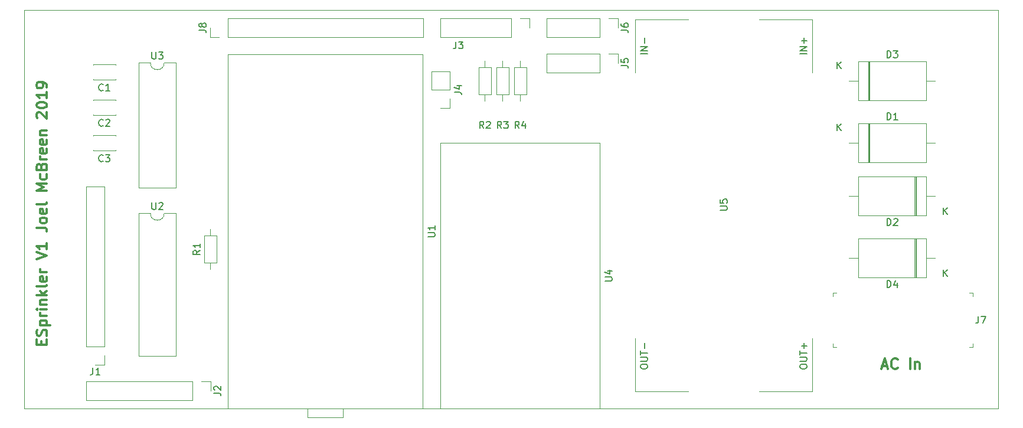
<source format=gbr>
G04 #@! TF.GenerationSoftware,KiCad,Pcbnew,(5.1.4)-1*
G04 #@! TF.CreationDate,2019-10-22T17:15:33+13:00*
G04 #@! TF.ProjectId,SprinklerPCB,53707269-6e6b-46c6-9572-5043422e6b69,rev?*
G04 #@! TF.SameCoordinates,Original*
G04 #@! TF.FileFunction,Legend,Top*
G04 #@! TF.FilePolarity,Positive*
%FSLAX46Y46*%
G04 Gerber Fmt 4.6, Leading zero omitted, Abs format (unit mm)*
G04 Created by KiCad (PCBNEW (5.1.4)-1) date 2019-10-22 17:15:33*
%MOMM*%
%LPD*%
G04 APERTURE LIST*
%ADD10C,0.300000*%
%ADD11C,0.025400*%
%ADD12C,0.120000*%
%ADD13C,0.100000*%
%ADD14C,0.150000*%
G04 APERTURE END LIST*
D10*
X167465714Y-117090000D02*
X168180000Y-117090000D01*
X167322857Y-117518571D02*
X167822857Y-116018571D01*
X168322857Y-117518571D01*
X169680000Y-117375714D02*
X169608571Y-117447142D01*
X169394285Y-117518571D01*
X169251428Y-117518571D01*
X169037142Y-117447142D01*
X168894285Y-117304285D01*
X168822857Y-117161428D01*
X168751428Y-116875714D01*
X168751428Y-116661428D01*
X168822857Y-116375714D01*
X168894285Y-116232857D01*
X169037142Y-116090000D01*
X169251428Y-116018571D01*
X169394285Y-116018571D01*
X169608571Y-116090000D01*
X169680000Y-116161428D01*
X171465714Y-117518571D02*
X171465714Y-116018571D01*
X172180000Y-116518571D02*
X172180000Y-117518571D01*
X172180000Y-116661428D02*
X172251428Y-116590000D01*
X172394285Y-116518571D01*
X172608571Y-116518571D01*
X172751428Y-116590000D01*
X172822857Y-116732857D01*
X172822857Y-117518571D01*
X46882857Y-114035714D02*
X46882857Y-113535714D01*
X47668571Y-113321428D02*
X47668571Y-114035714D01*
X46168571Y-114035714D01*
X46168571Y-113321428D01*
X47597142Y-112750000D02*
X47668571Y-112535714D01*
X47668571Y-112178571D01*
X47597142Y-112035714D01*
X47525714Y-111964285D01*
X47382857Y-111892857D01*
X47240000Y-111892857D01*
X47097142Y-111964285D01*
X47025714Y-112035714D01*
X46954285Y-112178571D01*
X46882857Y-112464285D01*
X46811428Y-112607142D01*
X46740000Y-112678571D01*
X46597142Y-112750000D01*
X46454285Y-112750000D01*
X46311428Y-112678571D01*
X46240000Y-112607142D01*
X46168571Y-112464285D01*
X46168571Y-112107142D01*
X46240000Y-111892857D01*
X46668571Y-111250000D02*
X48168571Y-111250000D01*
X46740000Y-111250000D02*
X46668571Y-111107142D01*
X46668571Y-110821428D01*
X46740000Y-110678571D01*
X46811428Y-110607142D01*
X46954285Y-110535714D01*
X47382857Y-110535714D01*
X47525714Y-110607142D01*
X47597142Y-110678571D01*
X47668571Y-110821428D01*
X47668571Y-111107142D01*
X47597142Y-111250000D01*
X47668571Y-109892857D02*
X46668571Y-109892857D01*
X46954285Y-109892857D02*
X46811428Y-109821428D01*
X46740000Y-109750000D01*
X46668571Y-109607142D01*
X46668571Y-109464285D01*
X47668571Y-108964285D02*
X46668571Y-108964285D01*
X46168571Y-108964285D02*
X46240000Y-109035714D01*
X46311428Y-108964285D01*
X46240000Y-108892857D01*
X46168571Y-108964285D01*
X46311428Y-108964285D01*
X46668571Y-108250000D02*
X47668571Y-108250000D01*
X46811428Y-108250000D02*
X46740000Y-108178571D01*
X46668571Y-108035714D01*
X46668571Y-107821428D01*
X46740000Y-107678571D01*
X46882857Y-107607142D01*
X47668571Y-107607142D01*
X47668571Y-106892857D02*
X46168571Y-106892857D01*
X47097142Y-106750000D02*
X47668571Y-106321428D01*
X46668571Y-106321428D02*
X47240000Y-106892857D01*
X47668571Y-105464285D02*
X47597142Y-105607142D01*
X47454285Y-105678571D01*
X46168571Y-105678571D01*
X47597142Y-104321428D02*
X47668571Y-104464285D01*
X47668571Y-104750000D01*
X47597142Y-104892857D01*
X47454285Y-104964285D01*
X46882857Y-104964285D01*
X46740000Y-104892857D01*
X46668571Y-104750000D01*
X46668571Y-104464285D01*
X46740000Y-104321428D01*
X46882857Y-104250000D01*
X47025714Y-104250000D01*
X47168571Y-104964285D01*
X47668571Y-103607142D02*
X46668571Y-103607142D01*
X46954285Y-103607142D02*
X46811428Y-103535714D01*
X46740000Y-103464285D01*
X46668571Y-103321428D01*
X46668571Y-103178571D01*
X46168571Y-101750000D02*
X47668571Y-101250000D01*
X46168571Y-100750000D01*
X47668571Y-99464285D02*
X47668571Y-100321428D01*
X47668571Y-99892857D02*
X46168571Y-99892857D01*
X46382857Y-100035714D01*
X46525714Y-100178571D01*
X46597142Y-100321428D01*
X46168571Y-97250000D02*
X47240000Y-97250000D01*
X47454285Y-97321428D01*
X47597142Y-97464285D01*
X47668571Y-97678571D01*
X47668571Y-97821428D01*
X47668571Y-96321428D02*
X47597142Y-96464285D01*
X47525714Y-96535714D01*
X47382857Y-96607142D01*
X46954285Y-96607142D01*
X46811428Y-96535714D01*
X46740000Y-96464285D01*
X46668571Y-96321428D01*
X46668571Y-96107142D01*
X46740000Y-95964285D01*
X46811428Y-95892857D01*
X46954285Y-95821428D01*
X47382857Y-95821428D01*
X47525714Y-95892857D01*
X47597142Y-95964285D01*
X47668571Y-96107142D01*
X47668571Y-96321428D01*
X47597142Y-94607142D02*
X47668571Y-94750000D01*
X47668571Y-95035714D01*
X47597142Y-95178571D01*
X47454285Y-95250000D01*
X46882857Y-95250000D01*
X46740000Y-95178571D01*
X46668571Y-95035714D01*
X46668571Y-94750000D01*
X46740000Y-94607142D01*
X46882857Y-94535714D01*
X47025714Y-94535714D01*
X47168571Y-95250000D01*
X47668571Y-93678571D02*
X47597142Y-93821428D01*
X47454285Y-93892857D01*
X46168571Y-93892857D01*
X47668571Y-91964285D02*
X46168571Y-91964285D01*
X47240000Y-91464285D01*
X46168571Y-90964285D01*
X47668571Y-90964285D01*
X47597142Y-89607142D02*
X47668571Y-89750000D01*
X47668571Y-90035714D01*
X47597142Y-90178571D01*
X47525714Y-90250000D01*
X47382857Y-90321428D01*
X46954285Y-90321428D01*
X46811428Y-90250000D01*
X46740000Y-90178571D01*
X46668571Y-90035714D01*
X46668571Y-89750000D01*
X46740000Y-89607142D01*
X46882857Y-88464285D02*
X46954285Y-88250000D01*
X47025714Y-88178571D01*
X47168571Y-88107142D01*
X47382857Y-88107142D01*
X47525714Y-88178571D01*
X47597142Y-88250000D01*
X47668571Y-88392857D01*
X47668571Y-88964285D01*
X46168571Y-88964285D01*
X46168571Y-88464285D01*
X46240000Y-88321428D01*
X46311428Y-88250000D01*
X46454285Y-88178571D01*
X46597142Y-88178571D01*
X46740000Y-88250000D01*
X46811428Y-88321428D01*
X46882857Y-88464285D01*
X46882857Y-88964285D01*
X47668571Y-87464285D02*
X46668571Y-87464285D01*
X46954285Y-87464285D02*
X46811428Y-87392857D01*
X46740000Y-87321428D01*
X46668571Y-87178571D01*
X46668571Y-87035714D01*
X47597142Y-85964285D02*
X47668571Y-86107142D01*
X47668571Y-86392857D01*
X47597142Y-86535714D01*
X47454285Y-86607142D01*
X46882857Y-86607142D01*
X46740000Y-86535714D01*
X46668571Y-86392857D01*
X46668571Y-86107142D01*
X46740000Y-85964285D01*
X46882857Y-85892857D01*
X47025714Y-85892857D01*
X47168571Y-86607142D01*
X47597142Y-84678571D02*
X47668571Y-84821428D01*
X47668571Y-85107142D01*
X47597142Y-85250000D01*
X47454285Y-85321428D01*
X46882857Y-85321428D01*
X46740000Y-85250000D01*
X46668571Y-85107142D01*
X46668571Y-84821428D01*
X46740000Y-84678571D01*
X46882857Y-84607142D01*
X47025714Y-84607142D01*
X47168571Y-85321428D01*
X46668571Y-83964285D02*
X47668571Y-83964285D01*
X46811428Y-83964285D02*
X46740000Y-83892857D01*
X46668571Y-83750000D01*
X46668571Y-83535714D01*
X46740000Y-83392857D01*
X46882857Y-83321428D01*
X47668571Y-83321428D01*
X46311428Y-81535714D02*
X46240000Y-81464285D01*
X46168571Y-81321428D01*
X46168571Y-80964285D01*
X46240000Y-80821428D01*
X46311428Y-80750000D01*
X46454285Y-80678571D01*
X46597142Y-80678571D01*
X46811428Y-80750000D01*
X47668571Y-81607142D01*
X47668571Y-80678571D01*
X46168571Y-79750000D02*
X46168571Y-79607142D01*
X46240000Y-79464285D01*
X46311428Y-79392857D01*
X46454285Y-79321428D01*
X46740000Y-79250000D01*
X47097142Y-79250000D01*
X47382857Y-79321428D01*
X47525714Y-79392857D01*
X47597142Y-79464285D01*
X47668571Y-79607142D01*
X47668571Y-79750000D01*
X47597142Y-79892857D01*
X47525714Y-79964285D01*
X47382857Y-80035714D01*
X47097142Y-80107142D01*
X46740000Y-80107142D01*
X46454285Y-80035714D01*
X46311428Y-79964285D01*
X46240000Y-79892857D01*
X46168571Y-79750000D01*
X47668571Y-77821428D02*
X47668571Y-78678571D01*
X47668571Y-78250000D02*
X46168571Y-78250000D01*
X46382857Y-78392857D01*
X46525714Y-78535714D01*
X46597142Y-78678571D01*
X47668571Y-77107142D02*
X47668571Y-76821428D01*
X47597142Y-76678571D01*
X47525714Y-76607142D01*
X47311428Y-76464285D01*
X47025714Y-76392857D01*
X46454285Y-76392857D01*
X46311428Y-76464285D01*
X46240000Y-76535714D01*
X46168571Y-76678571D01*
X46168571Y-76964285D01*
X46240000Y-77107142D01*
X46311428Y-77178571D01*
X46454285Y-77250000D01*
X46811428Y-77250000D01*
X46954285Y-77178571D01*
X47025714Y-77107142D01*
X47097142Y-76964285D01*
X47097142Y-76678571D01*
X47025714Y-76535714D01*
X46954285Y-76464285D01*
X46811428Y-76392857D01*
D11*
X44450000Y-66040000D02*
X44450000Y-123190000D01*
X184150000Y-66040000D02*
X44450000Y-66040000D01*
X184150000Y-123190000D02*
X184150000Y-66040000D01*
X44450000Y-123190000D02*
X184150000Y-123190000D01*
D12*
X127000000Y-123190000D02*
X104140000Y-123190000D01*
X127000000Y-85090000D02*
X127000000Y-123190000D01*
X104140000Y-85090000D02*
X127000000Y-85090000D01*
X104140000Y-123190000D02*
X104140000Y-85090000D01*
X66150000Y-73600000D02*
X64500000Y-73600000D01*
X66150000Y-91500000D02*
X66150000Y-73600000D01*
X60850000Y-91500000D02*
X66150000Y-91500000D01*
X60850000Y-73600000D02*
X60850000Y-91500000D01*
X62500000Y-73600000D02*
X60850000Y-73600000D01*
X64500000Y-73600000D02*
G75*
G02X62500000Y-73600000I-1000000J0D01*
G01*
X110490000Y-73330000D02*
X110490000Y-74280000D01*
X110490000Y-79070000D02*
X110490000Y-78120000D01*
X109570000Y-74280000D02*
X109570000Y-78120000D01*
X111410000Y-74280000D02*
X109570000Y-74280000D01*
X111410000Y-78120000D02*
X111410000Y-74280000D01*
X109570000Y-78120000D02*
X111410000Y-78120000D01*
X71060000Y-69910000D02*
X71060000Y-68580000D01*
X72390000Y-69910000D02*
X71060000Y-69910000D01*
X73660000Y-69910000D02*
X73660000Y-67250000D01*
X73660000Y-67250000D02*
X101660000Y-67250000D01*
X73660000Y-69910000D02*
X101660000Y-69910000D01*
X101660000Y-69910000D02*
X101660000Y-67250000D01*
X71180000Y-119320000D02*
X71180000Y-120650000D01*
X69850000Y-119320000D02*
X71180000Y-119320000D01*
X68580000Y-119320000D02*
X68580000Y-121980000D01*
X68580000Y-121980000D02*
X53280000Y-121980000D01*
X68580000Y-119320000D02*
X53280000Y-119320000D01*
X53280000Y-119320000D02*
X53280000Y-121980000D01*
X129600000Y-67250000D02*
X129600000Y-68580000D01*
X128270000Y-67250000D02*
X129600000Y-67250000D01*
X127000000Y-67250000D02*
X127000000Y-69910000D01*
X127000000Y-69910000D02*
X119320000Y-69910000D01*
X127000000Y-67250000D02*
X119320000Y-67250000D01*
X119320000Y-67250000D02*
X119320000Y-69910000D01*
X129600000Y-72330000D02*
X129600000Y-73660000D01*
X128270000Y-72330000D02*
X129600000Y-72330000D01*
X127000000Y-72330000D02*
X127000000Y-74990000D01*
X127000000Y-74990000D02*
X119320000Y-74990000D01*
X127000000Y-72330000D02*
X119320000Y-72330000D01*
X119320000Y-72330000D02*
X119320000Y-74990000D01*
X116900000Y-67250000D02*
X116900000Y-68580000D01*
X115570000Y-67250000D02*
X116900000Y-67250000D01*
X114300000Y-67250000D02*
X114300000Y-69910000D01*
X114300000Y-69910000D02*
X104080000Y-69910000D01*
X114300000Y-67250000D02*
X104080000Y-67250000D01*
X104080000Y-67250000D02*
X104080000Y-69910000D01*
X105470000Y-80070000D02*
X104140000Y-80070000D01*
X105470000Y-78740000D02*
X105470000Y-80070000D01*
X105470000Y-77470000D02*
X102810000Y-77470000D01*
X102810000Y-77470000D02*
X102810000Y-74870000D01*
X105470000Y-77470000D02*
X105470000Y-74870000D01*
X105470000Y-74870000D02*
X102810000Y-74870000D01*
X55940000Y-116900000D02*
X54610000Y-116900000D01*
X55940000Y-115570000D02*
X55940000Y-116900000D01*
X55940000Y-114300000D02*
X53280000Y-114300000D01*
X53280000Y-114300000D02*
X53280000Y-91380000D01*
X55940000Y-114300000D02*
X55940000Y-91380000D01*
X55940000Y-91380000D02*
X53280000Y-91380000D01*
D13*
X180450000Y-114390000D02*
X179950000Y-114390000D01*
X180450000Y-114390000D02*
X180450000Y-113890000D01*
X180450000Y-107090000D02*
X180450000Y-106590000D01*
X180450000Y-106590000D02*
X179950000Y-106590000D01*
X160420000Y-107090000D02*
X160420000Y-106590000D01*
X160420000Y-106590000D02*
X160920000Y-106590000D01*
X160410000Y-114400000D02*
X160410000Y-113900000D01*
X160410000Y-114400000D02*
X160910000Y-114400000D01*
D12*
X157480000Y-67370001D02*
X157480000Y-74990001D01*
X157480000Y-67370001D02*
X149860000Y-67370001D01*
X132080000Y-67370001D02*
X132080000Y-74990001D01*
X132080000Y-67370001D02*
X139700000Y-67370001D01*
X132080000Y-120710001D02*
X132080000Y-113090001D01*
X139700000Y-120710001D02*
X132080000Y-120710001D01*
X157480000Y-113090001D02*
X157480000Y-120710001D01*
X157480000Y-120710001D02*
X149860000Y-120710001D01*
X172362000Y-104385000D02*
X172362000Y-98815000D01*
X172122000Y-104385000D02*
X172122000Y-98815000D01*
X172242000Y-104385000D02*
X172242000Y-98815000D01*
X162730000Y-101600000D02*
X164030000Y-101600000D01*
X175090000Y-101600000D02*
X173790000Y-101600000D01*
X164030000Y-104385000D02*
X173790000Y-104385000D01*
X164030000Y-98815000D02*
X164030000Y-104385000D01*
X173790000Y-98815000D02*
X164030000Y-98815000D01*
X173790000Y-104385000D02*
X173790000Y-98815000D01*
X165458000Y-73415000D02*
X165458000Y-78985000D01*
X165698000Y-73415000D02*
X165698000Y-78985000D01*
X165578000Y-73415000D02*
X165578000Y-78985000D01*
X175090000Y-76200000D02*
X173790000Y-76200000D01*
X162730000Y-76200000D02*
X164030000Y-76200000D01*
X173790000Y-73415000D02*
X164030000Y-73415000D01*
X173790000Y-78985000D02*
X173790000Y-73415000D01*
X164030000Y-78985000D02*
X173790000Y-78985000D01*
X164030000Y-73415000D02*
X164030000Y-78985000D01*
X172362000Y-95495000D02*
X172362000Y-89925000D01*
X172122000Y-95495000D02*
X172122000Y-89925000D01*
X172242000Y-95495000D02*
X172242000Y-89925000D01*
X162730000Y-92710000D02*
X164030000Y-92710000D01*
X175090000Y-92710000D02*
X173790000Y-92710000D01*
X164030000Y-95495000D02*
X173790000Y-95495000D01*
X164030000Y-89925000D02*
X164030000Y-95495000D01*
X173790000Y-89925000D02*
X164030000Y-89925000D01*
X173790000Y-95495000D02*
X173790000Y-89925000D01*
X165458000Y-82305000D02*
X165458000Y-87875000D01*
X165698000Y-82305000D02*
X165698000Y-87875000D01*
X165578000Y-82305000D02*
X165578000Y-87875000D01*
X175090000Y-85090000D02*
X173790000Y-85090000D01*
X162730000Y-85090000D02*
X164030000Y-85090000D01*
X173790000Y-82305000D02*
X164030000Y-82305000D01*
X173790000Y-87875000D02*
X173790000Y-82305000D01*
X164030000Y-87875000D02*
X173790000Y-87875000D01*
X164030000Y-82305000D02*
X164030000Y-87875000D01*
X90170000Y-123190000D02*
X90170000Y-124460000D01*
X90170000Y-124460000D02*
X85090000Y-124460000D01*
X85090000Y-124460000D02*
X85090000Y-123190000D01*
X101600000Y-72390000D02*
X101600000Y-123190000D01*
X101600000Y-123190000D02*
X73660000Y-123190000D01*
X73660000Y-123190000D02*
X73660000Y-72390000D01*
X73660000Y-72390000D02*
X101600000Y-72390000D01*
X66150000Y-95190000D02*
X64500000Y-95190000D01*
X66150000Y-115630000D02*
X66150000Y-95190000D01*
X60850000Y-115630000D02*
X66150000Y-115630000D01*
X60850000Y-95190000D02*
X60850000Y-115630000D01*
X62500000Y-95190000D02*
X60850000Y-95190000D01*
X64500000Y-95190000D02*
G75*
G02X62500000Y-95190000I-1000000J0D01*
G01*
X115570000Y-73330000D02*
X115570000Y-74280000D01*
X115570000Y-79070000D02*
X115570000Y-78120000D01*
X114650000Y-74280000D02*
X114650000Y-78120000D01*
X116490000Y-74280000D02*
X114650000Y-74280000D01*
X116490000Y-78120000D02*
X116490000Y-74280000D01*
X114650000Y-78120000D02*
X116490000Y-78120000D01*
X113030000Y-73330000D02*
X113030000Y-74280000D01*
X113030000Y-79070000D02*
X113030000Y-78120000D01*
X112110000Y-74280000D02*
X112110000Y-78120000D01*
X113950000Y-74280000D02*
X112110000Y-74280000D01*
X113950000Y-78120000D02*
X113950000Y-74280000D01*
X112110000Y-78120000D02*
X113950000Y-78120000D01*
X71120000Y-97460000D02*
X71120000Y-98410000D01*
X71120000Y-103200000D02*
X71120000Y-102250000D01*
X70200000Y-98410000D02*
X70200000Y-102250000D01*
X72040000Y-98410000D02*
X70200000Y-98410000D01*
X72040000Y-102250000D02*
X72040000Y-98410000D01*
X70200000Y-102250000D02*
X72040000Y-102250000D01*
X54280000Y-84035000D02*
X54280000Y-83970000D01*
X54280000Y-86210000D02*
X54280000Y-86145000D01*
X57520000Y-84035000D02*
X57520000Y-83970000D01*
X57520000Y-86210000D02*
X57520000Y-86145000D01*
X57520000Y-83970000D02*
X54280000Y-83970000D01*
X57520000Y-86210000D02*
X54280000Y-86210000D01*
X54280000Y-78955000D02*
X54280000Y-78890000D01*
X54280000Y-81130000D02*
X54280000Y-81065000D01*
X57520000Y-78955000D02*
X57520000Y-78890000D01*
X57520000Y-81130000D02*
X57520000Y-81065000D01*
X57520000Y-78890000D02*
X54280000Y-78890000D01*
X57520000Y-81130000D02*
X54280000Y-81130000D01*
X54280000Y-73875000D02*
X54280000Y-73810000D01*
X54280000Y-76050000D02*
X54280000Y-75985000D01*
X57520000Y-73875000D02*
X57520000Y-73810000D01*
X57520000Y-76050000D02*
X57520000Y-75985000D01*
X57520000Y-73810000D02*
X54280000Y-73810000D01*
X57520000Y-76050000D02*
X54280000Y-76050000D01*
D14*
X127722380Y-104901904D02*
X128531904Y-104901904D01*
X128627142Y-104854285D01*
X128674761Y-104806666D01*
X128722380Y-104711428D01*
X128722380Y-104520952D01*
X128674761Y-104425714D01*
X128627142Y-104378095D01*
X128531904Y-104330476D01*
X127722380Y-104330476D01*
X128055714Y-103425714D02*
X128722380Y-103425714D01*
X127674761Y-103663809D02*
X128389047Y-103901904D01*
X128389047Y-103282857D01*
X62738095Y-72052380D02*
X62738095Y-72861904D01*
X62785714Y-72957142D01*
X62833333Y-73004761D01*
X62928571Y-73052380D01*
X63119047Y-73052380D01*
X63214285Y-73004761D01*
X63261904Y-72957142D01*
X63309523Y-72861904D01*
X63309523Y-72052380D01*
X63690476Y-72052380D02*
X64309523Y-72052380D01*
X63976190Y-72433333D01*
X64119047Y-72433333D01*
X64214285Y-72480952D01*
X64261904Y-72528571D01*
X64309523Y-72623809D01*
X64309523Y-72861904D01*
X64261904Y-72957142D01*
X64214285Y-73004761D01*
X64119047Y-73052380D01*
X63833333Y-73052380D01*
X63738095Y-73004761D01*
X63690476Y-72957142D01*
X110323333Y-83002380D02*
X109990000Y-82526190D01*
X109751904Y-83002380D02*
X109751904Y-82002380D01*
X110132857Y-82002380D01*
X110228095Y-82050000D01*
X110275714Y-82097619D01*
X110323333Y-82192857D01*
X110323333Y-82335714D01*
X110275714Y-82430952D01*
X110228095Y-82478571D01*
X110132857Y-82526190D01*
X109751904Y-82526190D01*
X110704285Y-82097619D02*
X110751904Y-82050000D01*
X110847142Y-82002380D01*
X111085238Y-82002380D01*
X111180476Y-82050000D01*
X111228095Y-82097619D01*
X111275714Y-82192857D01*
X111275714Y-82288095D01*
X111228095Y-82430952D01*
X110656666Y-83002380D01*
X111275714Y-83002380D01*
X69512380Y-68913333D02*
X70226666Y-68913333D01*
X70369523Y-68960952D01*
X70464761Y-69056190D01*
X70512380Y-69199047D01*
X70512380Y-69294285D01*
X69940952Y-68294285D02*
X69893333Y-68389523D01*
X69845714Y-68437142D01*
X69750476Y-68484761D01*
X69702857Y-68484761D01*
X69607619Y-68437142D01*
X69560000Y-68389523D01*
X69512380Y-68294285D01*
X69512380Y-68103809D01*
X69560000Y-68008571D01*
X69607619Y-67960952D01*
X69702857Y-67913333D01*
X69750476Y-67913333D01*
X69845714Y-67960952D01*
X69893333Y-68008571D01*
X69940952Y-68103809D01*
X69940952Y-68294285D01*
X69988571Y-68389523D01*
X70036190Y-68437142D01*
X70131428Y-68484761D01*
X70321904Y-68484761D01*
X70417142Y-68437142D01*
X70464761Y-68389523D01*
X70512380Y-68294285D01*
X70512380Y-68103809D01*
X70464761Y-68008571D01*
X70417142Y-67960952D01*
X70321904Y-67913333D01*
X70131428Y-67913333D01*
X70036190Y-67960952D01*
X69988571Y-68008571D01*
X69940952Y-68103809D01*
X71632380Y-120983333D02*
X72346666Y-120983333D01*
X72489523Y-121030952D01*
X72584761Y-121126190D01*
X72632380Y-121269047D01*
X72632380Y-121364285D01*
X71727619Y-120554761D02*
X71680000Y-120507142D01*
X71632380Y-120411904D01*
X71632380Y-120173809D01*
X71680000Y-120078571D01*
X71727619Y-120030952D01*
X71822857Y-119983333D01*
X71918095Y-119983333D01*
X72060952Y-120030952D01*
X72632380Y-120602380D01*
X72632380Y-119983333D01*
X130052380Y-68913333D02*
X130766666Y-68913333D01*
X130909523Y-68960952D01*
X131004761Y-69056190D01*
X131052380Y-69199047D01*
X131052380Y-69294285D01*
X130052380Y-68008571D02*
X130052380Y-68199047D01*
X130100000Y-68294285D01*
X130147619Y-68341904D01*
X130290476Y-68437142D01*
X130480952Y-68484761D01*
X130861904Y-68484761D01*
X130957142Y-68437142D01*
X131004761Y-68389523D01*
X131052380Y-68294285D01*
X131052380Y-68103809D01*
X131004761Y-68008571D01*
X130957142Y-67960952D01*
X130861904Y-67913333D01*
X130623809Y-67913333D01*
X130528571Y-67960952D01*
X130480952Y-68008571D01*
X130433333Y-68103809D01*
X130433333Y-68294285D01*
X130480952Y-68389523D01*
X130528571Y-68437142D01*
X130623809Y-68484761D01*
X130052380Y-73993333D02*
X130766666Y-73993333D01*
X130909523Y-74040952D01*
X131004761Y-74136190D01*
X131052380Y-74279047D01*
X131052380Y-74374285D01*
X130052380Y-73040952D02*
X130052380Y-73517142D01*
X130528571Y-73564761D01*
X130480952Y-73517142D01*
X130433333Y-73421904D01*
X130433333Y-73183809D01*
X130480952Y-73088571D01*
X130528571Y-73040952D01*
X130623809Y-72993333D01*
X130861904Y-72993333D01*
X130957142Y-73040952D01*
X131004761Y-73088571D01*
X131052380Y-73183809D01*
X131052380Y-73421904D01*
X131004761Y-73517142D01*
X130957142Y-73564761D01*
X106346666Y-70572380D02*
X106346666Y-71286666D01*
X106299047Y-71429523D01*
X106203809Y-71524761D01*
X106060952Y-71572380D01*
X105965714Y-71572380D01*
X106727619Y-70572380D02*
X107346666Y-70572380D01*
X107013333Y-70953333D01*
X107156190Y-70953333D01*
X107251428Y-71000952D01*
X107299047Y-71048571D01*
X107346666Y-71143809D01*
X107346666Y-71381904D01*
X107299047Y-71477142D01*
X107251428Y-71524761D01*
X107156190Y-71572380D01*
X106870476Y-71572380D01*
X106775238Y-71524761D01*
X106727619Y-71477142D01*
X106132380Y-77803333D02*
X106846666Y-77803333D01*
X106989523Y-77850952D01*
X107084761Y-77946190D01*
X107132380Y-78089047D01*
X107132380Y-78184285D01*
X106465714Y-76898571D02*
X107132380Y-76898571D01*
X106084761Y-77136666D02*
X106799047Y-77374761D01*
X106799047Y-76755714D01*
X54276666Y-117352380D02*
X54276666Y-118066666D01*
X54229047Y-118209523D01*
X54133809Y-118304761D01*
X53990952Y-118352380D01*
X53895714Y-118352380D01*
X55276666Y-118352380D02*
X54705238Y-118352380D01*
X54990952Y-118352380D02*
X54990952Y-117352380D01*
X54895714Y-117495238D01*
X54800476Y-117590476D01*
X54705238Y-117638095D01*
X181276666Y-109942380D02*
X181276666Y-110656666D01*
X181229047Y-110799523D01*
X181133809Y-110894761D01*
X180990952Y-110942380D01*
X180895714Y-110942380D01*
X181657619Y-109942380D02*
X182324285Y-109942380D01*
X181895714Y-110942380D01*
X144232380Y-94741904D02*
X145041904Y-94741904D01*
X145137142Y-94694285D01*
X145184761Y-94646666D01*
X145232380Y-94551428D01*
X145232380Y-94360952D01*
X145184761Y-94265714D01*
X145137142Y-94218095D01*
X145041904Y-94170476D01*
X144232380Y-94170476D01*
X144232380Y-93218095D02*
X144232380Y-93694285D01*
X144708571Y-93741904D01*
X144660952Y-93694285D01*
X144613333Y-93599047D01*
X144613333Y-93360952D01*
X144660952Y-93265714D01*
X144708571Y-93218095D01*
X144803809Y-93170476D01*
X145041904Y-93170476D01*
X145137142Y-93218095D01*
X145184761Y-93265714D01*
X145232380Y-93360952D01*
X145232380Y-93599047D01*
X145184761Y-93694285D01*
X145137142Y-93741904D01*
X133802380Y-72322858D02*
X132802380Y-72322858D01*
X133802380Y-71846667D02*
X132802380Y-71846667D01*
X133802380Y-71275239D01*
X132802380Y-71275239D01*
X133421428Y-70799048D02*
X133421428Y-70037143D01*
X132802380Y-117249048D02*
X132802380Y-117058572D01*
X132850000Y-116963334D01*
X132945238Y-116868096D01*
X133135714Y-116820477D01*
X133469047Y-116820477D01*
X133659523Y-116868096D01*
X133754761Y-116963334D01*
X133802380Y-117058572D01*
X133802380Y-117249048D01*
X133754761Y-117344286D01*
X133659523Y-117439524D01*
X133469047Y-117487143D01*
X133135714Y-117487143D01*
X132945238Y-117439524D01*
X132850000Y-117344286D01*
X132802380Y-117249048D01*
X132802380Y-116391905D02*
X133611904Y-116391905D01*
X133707142Y-116344286D01*
X133754761Y-116296667D01*
X133802380Y-116201429D01*
X133802380Y-116010953D01*
X133754761Y-115915715D01*
X133707142Y-115868096D01*
X133611904Y-115820477D01*
X132802380Y-115820477D01*
X132802380Y-115487143D02*
X132802380Y-114915715D01*
X133802380Y-115201429D02*
X132802380Y-115201429D01*
X133421428Y-114582381D02*
X133421428Y-113820477D01*
X155662380Y-117249048D02*
X155662380Y-117058572D01*
X155710000Y-116963334D01*
X155805238Y-116868096D01*
X155995714Y-116820477D01*
X156329047Y-116820477D01*
X156519523Y-116868096D01*
X156614761Y-116963334D01*
X156662380Y-117058572D01*
X156662380Y-117249048D01*
X156614761Y-117344286D01*
X156519523Y-117439524D01*
X156329047Y-117487143D01*
X155995714Y-117487143D01*
X155805238Y-117439524D01*
X155710000Y-117344286D01*
X155662380Y-117249048D01*
X155662380Y-116391905D02*
X156471904Y-116391905D01*
X156567142Y-116344286D01*
X156614761Y-116296667D01*
X156662380Y-116201429D01*
X156662380Y-116010953D01*
X156614761Y-115915715D01*
X156567142Y-115868096D01*
X156471904Y-115820477D01*
X155662380Y-115820477D01*
X155662380Y-115487143D02*
X155662380Y-114915715D01*
X156662380Y-115201429D02*
X155662380Y-115201429D01*
X156281428Y-114582381D02*
X156281428Y-113820477D01*
X156662380Y-114201429D02*
X155900476Y-114201429D01*
X156662380Y-72322858D02*
X155662380Y-72322858D01*
X156662380Y-71846667D02*
X155662380Y-71846667D01*
X156662380Y-71275239D01*
X155662380Y-71275239D01*
X156281428Y-70799048D02*
X156281428Y-70037143D01*
X156662380Y-70418096D02*
X155900476Y-70418096D01*
X168171904Y-105837380D02*
X168171904Y-104837380D01*
X168410000Y-104837380D01*
X168552857Y-104885000D01*
X168648095Y-104980238D01*
X168695714Y-105075476D01*
X168743333Y-105265952D01*
X168743333Y-105408809D01*
X168695714Y-105599285D01*
X168648095Y-105694523D01*
X168552857Y-105789761D01*
X168410000Y-105837380D01*
X168171904Y-105837380D01*
X169600476Y-105170714D02*
X169600476Y-105837380D01*
X169362380Y-104789761D02*
X169124285Y-105504047D01*
X169743333Y-105504047D01*
X176268095Y-104252380D02*
X176268095Y-103252380D01*
X176839523Y-104252380D02*
X176410952Y-103680952D01*
X176839523Y-103252380D02*
X176268095Y-103823809D01*
X168171904Y-72867380D02*
X168171904Y-71867380D01*
X168410000Y-71867380D01*
X168552857Y-71915000D01*
X168648095Y-72010238D01*
X168695714Y-72105476D01*
X168743333Y-72295952D01*
X168743333Y-72438809D01*
X168695714Y-72629285D01*
X168648095Y-72724523D01*
X168552857Y-72819761D01*
X168410000Y-72867380D01*
X168171904Y-72867380D01*
X169076666Y-71867380D02*
X169695714Y-71867380D01*
X169362380Y-72248333D01*
X169505238Y-72248333D01*
X169600476Y-72295952D01*
X169648095Y-72343571D01*
X169695714Y-72438809D01*
X169695714Y-72676904D01*
X169648095Y-72772142D01*
X169600476Y-72819761D01*
X169505238Y-72867380D01*
X169219523Y-72867380D01*
X169124285Y-72819761D01*
X169076666Y-72772142D01*
X161028095Y-74452380D02*
X161028095Y-73452380D01*
X161599523Y-74452380D02*
X161170952Y-73880952D01*
X161599523Y-73452380D02*
X161028095Y-74023809D01*
X168171904Y-96947380D02*
X168171904Y-95947380D01*
X168410000Y-95947380D01*
X168552857Y-95995000D01*
X168648095Y-96090238D01*
X168695714Y-96185476D01*
X168743333Y-96375952D01*
X168743333Y-96518809D01*
X168695714Y-96709285D01*
X168648095Y-96804523D01*
X168552857Y-96899761D01*
X168410000Y-96947380D01*
X168171904Y-96947380D01*
X169124285Y-96042619D02*
X169171904Y-95995000D01*
X169267142Y-95947380D01*
X169505238Y-95947380D01*
X169600476Y-95995000D01*
X169648095Y-96042619D01*
X169695714Y-96137857D01*
X169695714Y-96233095D01*
X169648095Y-96375952D01*
X169076666Y-96947380D01*
X169695714Y-96947380D01*
X176268095Y-95362380D02*
X176268095Y-94362380D01*
X176839523Y-95362380D02*
X176410952Y-94790952D01*
X176839523Y-94362380D02*
X176268095Y-94933809D01*
X168171904Y-81757380D02*
X168171904Y-80757380D01*
X168410000Y-80757380D01*
X168552857Y-80805000D01*
X168648095Y-80900238D01*
X168695714Y-80995476D01*
X168743333Y-81185952D01*
X168743333Y-81328809D01*
X168695714Y-81519285D01*
X168648095Y-81614523D01*
X168552857Y-81709761D01*
X168410000Y-81757380D01*
X168171904Y-81757380D01*
X169695714Y-81757380D02*
X169124285Y-81757380D01*
X169410000Y-81757380D02*
X169410000Y-80757380D01*
X169314761Y-80900238D01*
X169219523Y-80995476D01*
X169124285Y-81043095D01*
X161028095Y-83342380D02*
X161028095Y-82342380D01*
X161599523Y-83342380D02*
X161170952Y-82770952D01*
X161599523Y-82342380D02*
X161028095Y-82913809D01*
X102322380Y-98551904D02*
X103131904Y-98551904D01*
X103227142Y-98504285D01*
X103274761Y-98456666D01*
X103322380Y-98361428D01*
X103322380Y-98170952D01*
X103274761Y-98075714D01*
X103227142Y-98028095D01*
X103131904Y-97980476D01*
X102322380Y-97980476D01*
X103322380Y-96980476D02*
X103322380Y-97551904D01*
X103322380Y-97266190D02*
X102322380Y-97266190D01*
X102465238Y-97361428D01*
X102560476Y-97456666D01*
X102608095Y-97551904D01*
X62738095Y-93642380D02*
X62738095Y-94451904D01*
X62785714Y-94547142D01*
X62833333Y-94594761D01*
X62928571Y-94642380D01*
X63119047Y-94642380D01*
X63214285Y-94594761D01*
X63261904Y-94547142D01*
X63309523Y-94451904D01*
X63309523Y-93642380D01*
X63738095Y-93737619D02*
X63785714Y-93690000D01*
X63880952Y-93642380D01*
X64119047Y-93642380D01*
X64214285Y-93690000D01*
X64261904Y-93737619D01*
X64309523Y-93832857D01*
X64309523Y-93928095D01*
X64261904Y-94070952D01*
X63690476Y-94642380D01*
X64309523Y-94642380D01*
X115403333Y-83002380D02*
X115070000Y-82526190D01*
X114831904Y-83002380D02*
X114831904Y-82002380D01*
X115212857Y-82002380D01*
X115308095Y-82050000D01*
X115355714Y-82097619D01*
X115403333Y-82192857D01*
X115403333Y-82335714D01*
X115355714Y-82430952D01*
X115308095Y-82478571D01*
X115212857Y-82526190D01*
X114831904Y-82526190D01*
X116260476Y-82335714D02*
X116260476Y-83002380D01*
X116022380Y-81954761D02*
X115784285Y-82669047D01*
X116403333Y-82669047D01*
X112863333Y-83002380D02*
X112530000Y-82526190D01*
X112291904Y-83002380D02*
X112291904Y-82002380D01*
X112672857Y-82002380D01*
X112768095Y-82050000D01*
X112815714Y-82097619D01*
X112863333Y-82192857D01*
X112863333Y-82335714D01*
X112815714Y-82430952D01*
X112768095Y-82478571D01*
X112672857Y-82526190D01*
X112291904Y-82526190D01*
X113196666Y-82002380D02*
X113815714Y-82002380D01*
X113482380Y-82383333D01*
X113625238Y-82383333D01*
X113720476Y-82430952D01*
X113768095Y-82478571D01*
X113815714Y-82573809D01*
X113815714Y-82811904D01*
X113768095Y-82907142D01*
X113720476Y-82954761D01*
X113625238Y-83002380D01*
X113339523Y-83002380D01*
X113244285Y-82954761D01*
X113196666Y-82907142D01*
X69652380Y-100496666D02*
X69176190Y-100830000D01*
X69652380Y-101068095D02*
X68652380Y-101068095D01*
X68652380Y-100687142D01*
X68700000Y-100591904D01*
X68747619Y-100544285D01*
X68842857Y-100496666D01*
X68985714Y-100496666D01*
X69080952Y-100544285D01*
X69128571Y-100591904D01*
X69176190Y-100687142D01*
X69176190Y-101068095D01*
X69652380Y-99544285D02*
X69652380Y-100115714D01*
X69652380Y-99830000D02*
X68652380Y-99830000D01*
X68795238Y-99925238D01*
X68890476Y-100020476D01*
X68938095Y-100115714D01*
X55733333Y-87697142D02*
X55685714Y-87744761D01*
X55542857Y-87792380D01*
X55447619Y-87792380D01*
X55304761Y-87744761D01*
X55209523Y-87649523D01*
X55161904Y-87554285D01*
X55114285Y-87363809D01*
X55114285Y-87220952D01*
X55161904Y-87030476D01*
X55209523Y-86935238D01*
X55304761Y-86840000D01*
X55447619Y-86792380D01*
X55542857Y-86792380D01*
X55685714Y-86840000D01*
X55733333Y-86887619D01*
X56066666Y-86792380D02*
X56685714Y-86792380D01*
X56352380Y-87173333D01*
X56495238Y-87173333D01*
X56590476Y-87220952D01*
X56638095Y-87268571D01*
X56685714Y-87363809D01*
X56685714Y-87601904D01*
X56638095Y-87697142D01*
X56590476Y-87744761D01*
X56495238Y-87792380D01*
X56209523Y-87792380D01*
X56114285Y-87744761D01*
X56066666Y-87697142D01*
X55733333Y-82617142D02*
X55685714Y-82664761D01*
X55542857Y-82712380D01*
X55447619Y-82712380D01*
X55304761Y-82664761D01*
X55209523Y-82569523D01*
X55161904Y-82474285D01*
X55114285Y-82283809D01*
X55114285Y-82140952D01*
X55161904Y-81950476D01*
X55209523Y-81855238D01*
X55304761Y-81760000D01*
X55447619Y-81712380D01*
X55542857Y-81712380D01*
X55685714Y-81760000D01*
X55733333Y-81807619D01*
X56114285Y-81807619D02*
X56161904Y-81760000D01*
X56257142Y-81712380D01*
X56495238Y-81712380D01*
X56590476Y-81760000D01*
X56638095Y-81807619D01*
X56685714Y-81902857D01*
X56685714Y-81998095D01*
X56638095Y-82140952D01*
X56066666Y-82712380D01*
X56685714Y-82712380D01*
X55733333Y-77537142D02*
X55685714Y-77584761D01*
X55542857Y-77632380D01*
X55447619Y-77632380D01*
X55304761Y-77584761D01*
X55209523Y-77489523D01*
X55161904Y-77394285D01*
X55114285Y-77203809D01*
X55114285Y-77060952D01*
X55161904Y-76870476D01*
X55209523Y-76775238D01*
X55304761Y-76680000D01*
X55447619Y-76632380D01*
X55542857Y-76632380D01*
X55685714Y-76680000D01*
X55733333Y-76727619D01*
X56685714Y-77632380D02*
X56114285Y-77632380D01*
X56400000Y-77632380D02*
X56400000Y-76632380D01*
X56304761Y-76775238D01*
X56209523Y-76870476D01*
X56114285Y-76918095D01*
M02*

</source>
